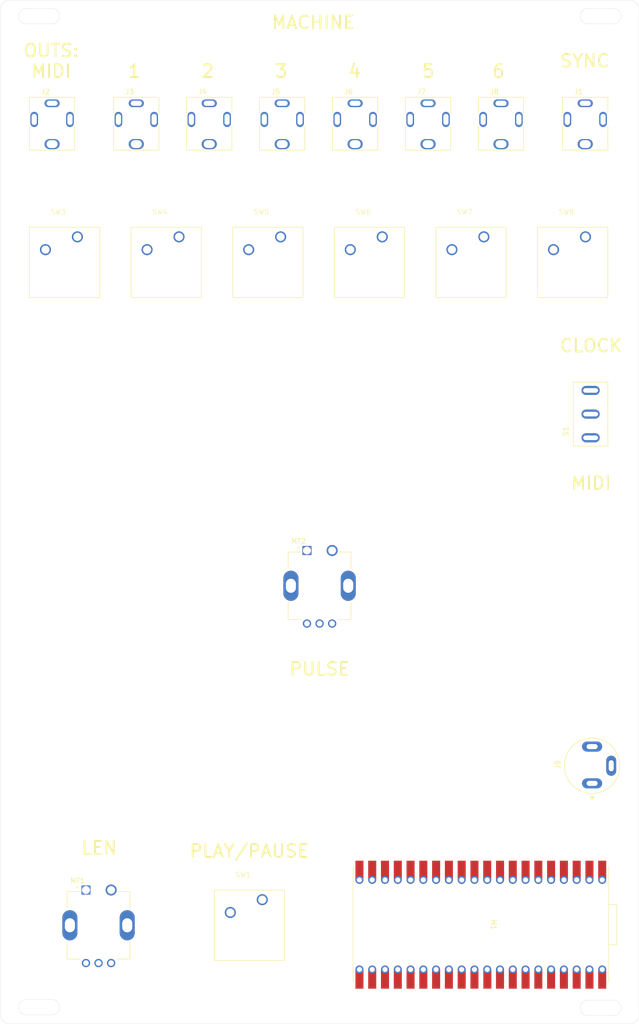
<source format=kicad_pcb>
(kicad_pcb (version 20221018) (generator pcbnew)
  (layers (0 "F.Cu" signal) (31 "B.Cu" signal) (34 "B.Paste" user) (35 "F.Paste" user) (36 "B.SilkS" user "B.Silkscreen") (37 "F.SilkS" user "F.Silkscreen") (38 "B.Mask" user) (39 "F.Mask" user) (44 "Edge.Cuts" user))
  (net 0 "")
  (footprint "FC681374V:CLIFF_FC681374V" (layer "F.Cu") (at 116.31 24.53)
    (fp_text reference "J1" (at -1.325 -6.335) (layer "F.SilkS"))
    (fp_text value "FC681374V")
    (fp_line (start -4.05 -0.85) (end -4.05 -1.6) (stroke (width 0.01)) (layer "Edge.Cuts"))
    (fp_line (start -4.05 -0.1) (end -4.05 -0.85) (stroke (width 0.01)) (layer "Edge.Cuts"))
    (fp_line (start -3.05 -1.6) (end -3.05 -0.85) (stroke (width 0.01)) (layer "Edge.Cuts"))
    (fp_line (start -3.05 -0.85) (end -3.05 -0.1) (stroke (width 0.01)) (layer "Edge.Cuts"))
    (fp_line (start -0.75 -4.55) (end 0 -4.55) (stroke (width 0.01)) (layer "Edge.Cuts"))
    (fp_line (start -0.75 3.55) (end 0 3.55) (stroke (width 0.01)) (layer "Edge.Cuts"))
    (fp_line (start 0 -4.55) (end 0.75 -4.55) (stroke (width 0.01)) (layer "Edge.Cuts"))
    (fp_line (start 0 -3.55) (end -0.75 -3.55) (stroke (width 0.01)) (layer "Edge.Cuts"))
    (fp_line (start 0 3.55) (end 0.75 3.55) (stroke (width 0.01)) (layer "Edge.Cuts"))
    (fp_line (start 0 4.55) (end -0.75 4.55) (stroke (width 0.01)) (layer "Edge.Cuts"))
    (fp_line (start 0.75 -3.55) (end 0 -3.55) (stroke (width 0.01)) (layer "Edge.Cuts"))
    (fp_line (start 0.75 4.55) (end 0 4.55) (stroke (width 0.01)) (layer "Edge.Cuts"))
    (fp_line (start 3.05 -0.85) (end 3.05 -1.6) (stroke (width 0.01)) (layer "Edge.Cuts"))
    (fp_line (start 3.05 -0.1) (end 3.05 -0.85) (stroke (width 0.01)) (layer "Edge.Cuts"))
    (fp_line (start 4.05 -1.6) (end 4.05 -0.85) (stroke (width 0.01)) (layer "Edge.Cuts"))
    (fp_line (start 4.05 -0.85) (end 4.05 -0.1) (stroke (width 0.01)) (layer "Edge.Cuts"))
    (fp_arc (start -4.05 -1.6) (mid -3.903553 -1.953553) (end -3.55 -2.1) (stroke (width 0.01)) (layer "Edge.Cuts"))
    (fp_arc (start -3.55 -2.1) (mid -3.196447 -1.953553) (end -3.05 -1.6) (stroke (width 0.01)) (layer "Edge.Cuts"))
    (fp_arc (start -3.55 0.4) (mid -3.903553 0.253553) (end -4.05 -0.1) (stroke (width 0.01)) (layer "Edge.Cuts"))
    (fp_arc (start -3.05 -0.1) (mid -3.196447 0.253553) (end -3.55 0.4) (stroke (width 0.01)) (layer "Edge.Cuts"))
    (fp_arc (start -1.25 -4.05) (mid -1.103553 -4.403553) (end -0.75 -4.55) (stroke (width 0.01)) (layer "Edge.Cuts"))
    (fp_arc (start -1.25 4.05) (mid -1.103553 3.696447) (end -0.75 3.55) (stroke (width 0.01)) (layer "Edge.Cuts"))
    (fp_arc (start -0.75 -3.55) (mid -1.103553 -3.696447) (end -1.25 -4.05) (stroke (width 0.01)) (layer "Edge.Cuts"))
    (fp_arc (start -0.75 4.55) (mid -1.103553 4.403553) (end -1.25 4.05) (stroke (width 0.01)) (layer "Edge.Cuts"))
    (fp_arc (start 0.75 -4.55) (mid 1.103553 -4.403553) (end 1.25 -4.05) (stroke (width 0.01)) (layer "Edge.Cuts"))
    (fp_arc (start 0.75 3.55) (mid 1.103553 3.696447) (end 1.25 4.05) (stroke (width 0.01)) (layer "Edge.Cuts"))
    (fp_arc (start 1.25 -4.05) (mid 1.103553 -3.696447) (end 0.75 -3.55) (stroke (width 0.01)) (layer "Edge.Cuts"))
    (fp_arc (start 1.25 4.05) (mid 1.103553 4.403553) (end 0.75 4.55) (stroke (width 0.01)) (layer "Edge.Cuts"))
    (fp_arc (start 3.05 -1.6) (mid 3.196447 -1.953553) (end 3.55 -2.1) (stroke (width 0.01)) (layer "Edge.Cuts"))
    (fp_arc (start 3.55 -2.1) (mid 3.903553 -1.953553) (end 4.05 -1.6) (stroke (width 0.01)) (layer "Edge.Cuts"))
    (fp_arc (start 3.55 0.4) (mid 3.196447 0.253553) (end 3.05 -0.1) (stroke (width 0.01)) (layer "Edge.Cuts"))
    (fp_arc (start 4.05 -0.1) (mid 3.903553 0.253553) (end 3.55 0.4) (stroke (width 0.01)) (layer "Edge.Cuts"))
    (pad "1" thru_hole oval (at 3.55 -0.85) (size 1.508 3.016) (drill oval 1 2.2) (layers "*.Cu" "*.Mask"))
    (pad "2" thru_hole oval (at 0 -4.05) (size 3.016 1.508) (drill oval 2.2 1) (layers "*.Cu" "*.Mask"))
    (pad "4" thru_hole oval (at -3.55 -0.85) (size 1.508 3.016) (drill oval 1 2.2) (layers "*.Cu" "*.Mask"))
    (pad "5" thru_hole oval (at 0 4.05) (size 3.016 2) (drill oval 2.2 1.55) (layers "*.Cu" "*.Mask"))
  )
  (footprint "FC681374V:CLIFF_FC681374V" (layer "F.Cu") (at 41.57 24.53)
    (fp_text reference "J4" (at -1.325 -6.335) (layer "F.SilkS"))
    (fp_text value "FC681374V")
    (fp_line (start -4.05 -0.85) (end -4.05 -1.6) (stroke (width 0.01)) (layer "Edge.Cuts"))
    (fp_line (start -4.05 -0.1) (end -4.05 -0.85) (stroke (width 0.01)) (layer "Edge.Cuts"))
    (fp_line (start -3.05 -1.6) (end -3.05 -0.85) (stroke (width 0.01)) (layer "Edge.Cuts"))
    (fp_line (start -3.05 -0.85) (end -3.05 -0.1) (stroke (width 0.01)) (layer "Edge.Cuts"))
    (fp_line (start -0.75 -4.55) (end 0 -4.55) (stroke (width 0.01)) (layer "Edge.Cuts"))
    (fp_line (start -0.75 3.55) (end 0 3.55) (stroke (width 0.01)) (layer "Edge.Cuts"))
    (fp_line (start 0 -4.55) (end 0.75 -4.55) (stroke (width 0.01)) (layer "Edge.Cuts"))
    (fp_line (start 0 -3.55) (end -0.75 -3.55) (stroke (width 0.01)) (layer "Edge.Cuts"))
    (fp_line (start 0 3.55) (end 0.75 3.55) (stroke (width 0.01)) (layer "Edge.Cuts"))
    (fp_line (start 0 4.55) (end -0.75 4.55) (stroke (width 0.01)) (layer "Edge.Cuts"))
    (fp_line (start 0.75 -3.55) (end 0 -3.55) (stroke (width 0.01)) (layer "Edge.Cuts"))
    (fp_line (start 0.75 4.55) (end 0 4.55) (stroke (width 0.01)) (layer "Edge.Cuts"))
    (fp_line (start 3.05 -0.85) (end 3.05 -1.6) (stroke (width 0.01)) (layer "Edge.Cuts"))
    (fp_line (start 3.05 -0.1) (end 3.05 -0.85) (stroke (width 0.01)) (layer "Edge.Cuts"))
    (fp_line (start 4.05 -1.6) (end 4.05 -0.85) (stroke (width 0.01)) (layer "Edge.Cuts"))
    (fp_line (start 4.05 -0.85) (end 4.05 -0.1) (stroke (width 0.01)) (layer "Edge.Cuts"))
    (fp_arc (start -4.05 -1.6) (mid -3.903553 -1.953553) (end -3.55 -2.1) (stroke (width 0.01)) (layer "Edge.Cuts"))
    (fp_arc (start -3.55 -2.1) (mid -3.196447 -1.953553) (end -3.05 -1.6) (stroke (width 0.01)) (layer "Edge.Cuts"))
    (fp_arc (start -3.55 0.4) (mid -3.903553 0.253553) (end -4.05 -0.1) (stroke (width 0.01)) (layer "Edge.Cuts"))
    (fp_arc (start -3.05 -0.1) (mid -3.196447 0.253553) (end -3.55 0.4) (stroke (width 0.01)) (layer "Edge.Cuts"))
    (fp_arc (start -1.25 -4.05) (mid -1.103553 -4.403553) (end -0.75 -4.55) (stroke (width 0.01)) (layer "Edge.Cuts"))
    (fp_arc (start -1.25 4.05) (mid -1.103553 3.696447) (end -0.75 3.55) (stroke (width 0.01)) (layer "Edge.Cuts"))
    (fp_arc (start -0.75 -3.55) (mid -1.103553 -3.696447) (end -1.25 -4.05) (stroke (width 0.01)) (layer "Edge.Cuts"))
    (fp_arc (start -0.75 4.55) (mid -1.103553 4.403553) (end -1.25 4.05) (stroke (width 0.01)) (layer "Edge.Cuts"))
    (fp_arc (start 0.75 -4.55) (mid 1.103553 -4.403553) (end 1.25 -4.05) (stroke (width 0.01)) (layer "Edge.Cuts"))
    (fp_arc (start 0.75 3.55) (mid 1.103553 3.696447) (end 1.25 4.05) (stroke (width 0.01)) (layer "Edge.Cuts"))
    (fp_arc (start 1.25 -4.05) (mid 1.103553 -3.696447) (end 0.75 -3.55) (stroke (width 0.01)) (layer "Edge.Cuts"))
    (fp_arc (start 1.25 4.05) (mid 1.103553 4.403553) (end 0.75 4.55) (stroke (width 0.01)) (layer "Edge.Cuts"))
    (fp_arc (start 3.05 -1.6) (mid 3.196447 -1.953553) (end 3.55 -2.1) (stroke (width 0.01)) (layer "Edge.Cuts"))
    (fp_arc (start 3.55 -2.1) (mid 3.903553 -1.953553) (end 4.05 -1.6) (stroke (width 0.01)) (layer "Edge.Cuts"))
    (fp_arc (start 3.55 0.4) (mid 3.196447 0.253553) (end 3.05 -0.1) (stroke (width 0.01)) (layer "Edge.Cuts"))
    (fp_arc (start 4.05 -0.1) (mid 3.903553 0.253553) (end 3.55 0.4) (stroke (width 0.01)) (layer "Edge.Cuts"))
    (pad "1" thru_hole oval (at 3.55 -0.85) (size 1.508 3.016) (drill oval 1 2.2) (layers "*.Cu" "*.Mask"))
    (pad "2" thru_hole oval (at 0 -4.05) (size 3.016 1.508) (drill oval 2.2 1) (layers "*.Cu" "*.Mask"))
    (pad "4" thru_hole oval (at -3.55 -0.85) (size 1.508 3.016) (drill oval 1 2.2) (layers "*.Cu" "*.Mask"))
    (pad "5" thru_hole oval (at 0 4.05) (size 3.016 2) (drill oval 2.2 1.55) (layers "*.Cu" "*.Mask"))
  )
  (footprint "fab:RaspberryPi_PicoW_Combined" (layer "F.Cu") (at 95.56 183.515 -90)
    (fp_text reference "M1" (at 0.0025 -2.54 -90 unlocked) (layer "F.SilkS"))
    (fp_text value "Module_RaspberryPi_PicoW_Combined")
    (pad "1" smd rect (at -10.795 -24.13 270) (size 3.81 1.6) (layers "F.Cu" "F.Paste" "F.Mask"))
    (pad "1" thru_hole circle (at -8.89 -24.13 270) (size 1.6 1.6) (drill 1) (layers "*.Cu" "*.Mask"))
    (pad "2" smd rect (at -10.795 -21.59 270) (size 3.81 1.6) (layers "F.Cu" "F.Paste" "F.Mask"))
    (pad "2" thru_hole circle (at -8.89 -21.59 270) (size 1.6 1.6) (drill 1) (layers "*.Cu" "*.Mask"))
    (pad "3" smd rect (at -10.795 -19.05 270) (size 3.81 1.6) (layers "F.Cu" "F.Paste" "F.Mask"))
    (pad "3" thru_hole circle (at -8.89 -19.05 270) (size 1.6 1.6) (drill 1) (layers "*.Cu" "*.Mask"))
    (pad "4" smd rect (at -10.795 -16.51 270) (size 3.81 1.6) (layers "F.Cu" "F.Paste" "F.Mask"))
    (pad "4" thru_hole circle (at -8.89 -16.51 270) (size 1.6 1.6) (drill 1) (layers "*.Cu" "*.Mask"))
    (pad "5" smd rect (at -10.795 -13.97 270) (size 3.81 1.6) (layers "F.Cu" "F.Paste" "F.Mask"))
    (pad "5" thru_hole circle (at -8.89 -13.97 270) (size 1.6 1.6) (drill 1) (layers "*.Cu" "*.Mask"))
    (pad "6" smd rect (at -10.795 -11.43 270) (size 3.81 1.6) (layers "F.Cu" "F.Paste" "F.Mask"))
    (pad "6" thru_hole circle (at -8.89 -11.43 270) (size 1.6 1.6) (drill 1) (layers "*.Cu" "*.Mask"))
    (pad "7" smd rect (at -10.795 -8.89 270) (size 3.81 1.6) (layers "F.Cu" "F.Paste" "F.Mask"))
    (pad "7" thru_hole circle (at -8.89 -8.89 270) (size 1.6 1.6) (drill 1) (layers "*.Cu" "*.Mask"))
    (pad "8" smd rect (at -10.795 -6.35 270) (size 3.81 1.6) (layers "F.Cu" "F.Paste" "F.Mask"))
    (pad "8" thru_hole circle (at -8.89 -6.35 270) (size 1.6 1.6) (drill 1) (layers "*.Cu" "*.Mask"))
    (pad "9" smd rect (at -10.795 -3.819556 270) (size 3.81 1.6) (layers "F.Cu" "F.Paste" "F.Mask"))
    (pad "9" thru_hole circle (at -8.89 -3.81 270) (size 1.6 1.6) (drill 1) (layers "*.Cu" "*.Mask"))
    (pad "10" smd rect (at -10.795 -1.27 270) (size 3.81 1.6) (layers "F.Cu" "F.Paste" "F.Mask"))
    (pad "10" thru_hole circle (at -8.89 -1.27 270) (size 1.6 1.6) (drill 1) (layers "*.Cu" "*.Mask"))
    (pad "11" smd rect (at -10.795 1.27 270) (size 3.81 1.6) (layers "F.Cu" "F.Paste" "F.Mask"))
    (pad "11" thru_hole circle (at -8.89 1.27 270) (size 1.6 1.6) (drill 1) (layers "*.Cu" "*.Mask"))
    (pad "12" smd rect (at -10.795 3.81 270) (size 3.81 1.6) (layers "F.Cu" "F.Paste" "F.Mask"))
    (pad "12" thru_hole circle (at -8.89 3.81 270) (size 1.6 1.6) (drill 1) (layers "*.Cu" "*.Mask"))
    (pad "13" smd rect (at -10.795 6.35 270) (size 3.81 1.6) (layers "F.Cu" "F.Paste" "F.Mask"))
    (pad "13" thru_hole circle (at -8.89 6.35 270) (size 1.6 1.6) (drill 1) (layers "*.Cu" "*.Mask"))
    (pad "14" smd rect (at -10.795 8.89 270) (size 3.81 1.6) (layers "F.Cu" "F.Paste" "F.Mask"))
    (pad "14" thru_hole circle (at -8.89 8.89 270) (size 1.6 1.6) (drill 1) (layers "*.Cu" "*.Mask"))
    (pad "15" smd rect (at -10.795 11.43 270) (size 3.81 1.6) (layers "F.Cu" "F.Paste" "F.Mask"))
    (pad "15" thru_hole circle (at -8.89 11.43 270) (size 1.6 1.6) (drill 1) (layers "*.Cu" "*.Mask"))
    (pad "16" smd rect (at -10.795 13.97 270) (size 3.81 1.6) (layers "F.Cu" "F.Paste" "F.Mask"))
    (pad "16" thru_hole circle (at -8.89 13.97 270) (size 1.6 1.6) (drill 1) (layers "*.Cu" "*.Mask"))
    (pad "17" smd rect (at -10.795 16.51 270) (size 3.81 1.6) (layers "F.Cu" "F.Paste" "F.Mask"))
    (pad "17" thru_hole circle (at -8.89 16.51 270) (size 1.6 1.6) (drill 1) (layers "*.Cu" "*.Mask"))
    (pad "18" smd rect (at -10.795 19.05 270) (size 3.81 1.6) (layers "F.Cu" "F.Paste" "F.Mask"))
    (pad "18" thru_hole circle (at -8.89 19.05 270) (size 1.6 1.6) (drill 1) (layers "*.Cu" "*.Mask"))
    (pad "19" smd rect (at -10.795 21.59 270) (size 3.81 1.6) (layers "F.Cu" "F.Paste" "F.Mask"))
    (pad "19" thru_hole circle (at -8.89 21.59 270) (size 1.6 1.6) (drill 1) (layers "*.Cu" "*.Mask"))
    (pad "20" smd rect (at -10.795 24.13 270) (size 3.81 1.6) (layers "F.Cu" "F.Paste" "F.Mask"))
    (pad "20" thru_hole circle (at -8.89 24.13 270) (size 1.6 1.6) (drill 1) (layers "*.Cu" "*.Mask"))
    (pad "21" thru_hole circle (at 8.89 24.13 270) (size 1.6 1.6) (drill 1) (layers "*.Cu" "*.Mask"))
    (pad "21" smd rect (at 10.795 24.13 270) (size 3.81 1.6) (layers "F.Cu" "F.Paste" "F.Mask"))
    (pad "22" thru_hole circle (at 8.89 21.59 270) (size 1.6 1.6) (drill 1) (layers "*.Cu" "*.Mask"))
    (pad "22" smd rect (at 10.795 21.59 270) (size 3.81 1.6) (layers "F.Cu" "F.Paste" "F.Mask"))
    (pad "23" thru_hole circle (at 8.89 19.05 270) (size 1.6 1.6) (drill 1) (layers "*.Cu" "*.Mask"))
    (pad "23" smd rect (at 10.795 19.05 270) (size 3.81 1.6) (layers "F.Cu" "F.Paste" "F.Mask"))
    (pad "24" thru_hole circle (at 8.89 16.51 270) (size 1.6 1.6) (drill 1) (layers "*.Cu" "*.Mask"))
    (pad "24" smd rect (at 10.795 16.51 270) (size 3.81 1.6) (layers "F.Cu" "F.Paste" "F.Mask"))
    (pad "25" thru_hole circle (at 8.89 13.97 270) (size 1.6 1.6) (drill 1) (layers "*.Cu" "*.Mask"))
    (pad "25" smd rect (at 10.795 13.97 270) (size 3.81 1.6) (layers "F.Cu" "F.Paste" "F.Mask"))
    (pad "26" thru_hole circle (at 8.89 11.43 270) (size 1.6 1.6) (drill 1) (layers "*.Cu" "*.Mask"))
    (pad "26" smd rect (at 10.795 11.43 270) (size 3.81 1.6) (layers "F.Cu" "F.Paste" "F.Mask"))
    (pad "27" thru_hole circle (at 8.89 8.89 270) (size 1.6 1.6) (drill 1) (layers "*.Cu" "*.Mask"))
    (pad "27" smd rect (at 10.795 8.89 270) (size 3.81 1.6) (layers "F.Cu" "F.Paste" "F.Mask"))
    (pad "28" thru_hole circle (at 8.89 6.35 270) (size 1.6 1.6) (drill 1) (layers "*.Cu" "*.Mask"))
    (pad "28" smd rect (at 10.795 6.35 270) (size 3.81 1.6) (layers "F.Cu" "F.Paste" "F.Mask"))
    (pad "29" thru_hole circle (at 8.89 3.81 270) (size 1.6 1.6) (drill 1) (layers "*.Cu" "*.Mask"))
    (pad "29" smd rect (at 10.795 3.81 270) (size 3.81 1.6) (layers "F.Cu" "F.Paste" "F.Mask"))
    (pad "30" thru_hole circle (at 8.89 1.27 270) (size 1.6 1.6) (drill 1) (layers "*.Cu" "*.Mask"))
    (pad "30" smd rect (at 10.795 1.27 270) (size 3.81 1.6) (layers "F.Cu" "F.Paste" "F.Mask"))
    (pad "31" thru_hole circle (at 8.89 -1.27 270) (size 1.6 1.6) (drill 1) (layers "*.Cu" "*.Mask"))
    (pad "31" smd rect (at 10.786443 -1.297864 270) (size 3.81 1.6) (layers "F.Cu" "F.Paste" "F.Mask"))
    (pad "32" thru_hole circle (at 8.89 -3.81 270) (size 1.6 1.6) (drill 1) (layers "*.Cu" "*.Mask"))
    (pad "32" smd rect (at 10.795 -3.81 270) (size 3.81 1.6) (layers "F.Cu" "F.Paste" "F.Mask"))
    (pad "33" thru_hole circle (at 8.89 -6.35 270) (size 1.6 1.6) (drill 1) (layers "*.Cu" "*.Mask"))
    (pad "33" smd rect (at 10.795 -6.35 270) (size 3.81 1.6) (layers "F.Cu" "F.Paste" "F.Mask"))
    (pad "34" thru_hole circle (at 8.89 -8.89 270) (size 1.6 1.6) (drill 1) (layers "*.Cu" "*.Mask"))
    (pad "34" smd rect (at 10.795 -8.89 270) (size 3.81 1.6) (layers "F.Cu" "F.Paste" "F.Mask"))
    (pad "35" thru_hole circle (at 8.89 -11.43 270) (size 1.6 1.6) (drill 1) (layers "*.Cu" "*.Mask"))
    (pad "35" smd rect (at 10.795 -11.43 270) (size 3.81 1.6) (layers "F.Cu" "F.Paste" "F.Mask"))
    (pad "36" thru_hole circle (at 8.89 -13.97 270) (size 1.6 1.6) (drill 1) (layers "*.Cu" "*.Mask"))
    (pad "36" smd rect (at 10.795 -13.97 270) (size 3.81 1.6) (layers "F.Cu" "F.Paste" "F.Mask"))
    (pad "37" thru_hole circle (at 8.89 -16.51 270) (size 1.6 1.6) (drill 1) (layers "*.Cu" "*.Mask"))
    (pad "37" smd rect (at 10.795 -16.51 270) (size 3.81 1.6) (layers "F.Cu" "F.Paste" "F.Mask"))
    (pad "38" thru_hole circle (at 8.89 -19.05 270) (size 1.6 1.6) (drill 1) (layers "*.Cu" "*.Mask"))
    (pad "38" smd rect (at 10.795 -19.05 270) (size 3.81 1.6) (layers "F.Cu" "F.Paste" "F.Mask"))
    (pad "39" thru_hole circle (at 8.89 -21.59 270) (size 1.6 1.6) (drill 1) (layers "*.Cu" "*.Mask"))
    (pad "39" smd rect (at 10.795 -21.59 270) (size 3.81 1.6) (layers "F.Cu" "F.Paste" "F.Mask"))
    (pad "40" thru_hole circle (at 8.89 -24.13 270) (size 1.6 1.6) (drill 1) (layers "*.Cu" "*.Mask"))
    (pad "40" smd rect (at 10.795 -24.13 270) (size 3.81 1.6) (layers "F.Cu" "F.Paste" "F.Mask"))
  )
  (footprint "digikey-footprints:MX1A-11NW" (layer "F.Cu") (at 51.95 42.545)
    (fp_text reference "SW5" (at 0 -0.5 unlocked) (layer "F.SilkS") (effects (font (thickness 0.1))))
    (fp_text value "Switch_Tactile_CnK")
    (pad "" np_thru_hole circle (at -3.81 9.525) (size 1.7 1.7) (drill 1.7) (layers "F&B.Cu" "*.Mask"))
    (pad "" np_thru_hole circle (at 1.27 9.525) (size 4 4) (drill 4) (layers "F&B.Cu" "*.Mask"))
    (pad "" np_thru_hole circle (at 6.35 9.525) (size 1.7 1.7) (drill 1.7) (layers "F&B.Cu" "*.Mask"))
    (pad "1" thru_hole circle (at 3.81 4.445) (size 2.2 2.2) (drill 1.6) (layers "*.Cu" "*.Mask"))
    (pad "2" thru_hole circle (at -2.54 6.985) (size 2.2 2.2) (drill 1.6) (layers "*.Cu" "*.Mask"))
  )
  (footprint "digikey-footprints:MX1A-11NW" (layer "F.Cu") (at 31.75 42.545)
    (fp_text reference "SW4" (at 0 -0.5 unlocked) (layer "F.SilkS") (effects (font (thickness 0.1))))
    (fp_text value "Switch_Tactile_CnK")
    (pad "" np_thru_hole circle (at -3.81 9.525) (size 1.7 1.7) (drill 1.7) (layers "F&B.Cu" "*.Mask"))
    (pad "" np_thru_hole circle (at 1.27 9.525) (size 4 4) (drill 4) (layers "F&B.Cu" "*.Mask"))
    (pad "" np_thru_hole circle (at 6.35 9.525) (size 1.7 1.7) (drill 1.7) (layers "F&B.Cu" "*.Mask"))
    (pad "1" thru_hole circle (at 3.81 4.445) (size 2.2 2.2) (drill 1.6) (layers "*.Cu" "*.Mask"))
    (pad "2" thru_hole circle (at -2.54 6.985) (size 2.2 2.2) (drill 1.6) (layers "*.Cu" "*.Mask"))
  )
  (footprint "FC681374V:CLIFF_FC681374V" (layer "F.Cu") (at 70.57 24.53)
    (fp_text reference "J6" (at -1.325 -6.335) (layer "F.SilkS"))
    (fp_text value "FC681374V")
    (fp_line (start -4.05 -0.85) (end -4.05 -1.6) (stroke (width 0.01)) (layer "Edge.Cuts"))
    (fp_line (start -4.05 -0.1) (end -4.05 -0.85) (stroke (width 0.01)) (layer "Edge.Cuts"))
    (fp_line (start -3.05 -1.6) (end -3.05 -0.85) (stroke (width 0.01)) (layer "Edge.Cuts"))
    (fp_line (start -3.05 -0.85) (end -3.05 -0.1) (stroke (width 0.01)) (layer "Edge.Cuts"))
    (fp_line (start -0.75 -4.55) (end 0 -4.55) (stroke (width 0.01)) (layer "Edge.Cuts"))
    (fp_line (start -0.75 3.55) (end 0 3.55) (stroke (width 0.01)) (layer "Edge.Cuts"))
    (fp_line (start 0 -4.55) (end 0.75 -4.55) (stroke (width 0.01)) (layer "Edge.Cuts"))
    (fp_line (start 0 -3.55) (end -0.75 -3.55) (stroke (width 0.01)) (layer "Edge.Cuts"))
    (fp_line (start 0 3.55) (end 0.75 3.55) (stroke (width 0.01)) (layer "Edge.Cuts"))
    (fp_line (start 0 4.55) (end -0.75 4.55) (stroke (width 0.01)) (layer "Edge.Cuts"))
    (fp_line (start 0.75 -3.55) (end 0 -3.55) (stroke (width 0.01)) (layer "Edge.Cuts"))
    (fp_line (start 0.75 4.55) (end 0 4.55) (stroke (width 0.01)) (layer "Edge.Cuts"))
    (fp_line (start 3.05 -0.85) (end 3.05 -1.6) (stroke (width 0.01)) (layer "Edge.Cuts"))
    (fp_line (start 3.05 -0.1) (end 3.05 -0.85) (stroke (width 0.01)) (layer "Edge.Cuts"))
    (fp_line (start 4.05 -1.6) (end 4.05 -0.85) (stroke (width 0.01)) (layer "Edge.Cuts"))
    (fp_line (start 4.05 -0.85) (end 4.05 -0.1) (stroke (width 0.01)) (layer "Edge.Cuts"))
    (fp_arc (start -4.05 -1.6) (mid -3.903553 -1.953553) (end -3.55 -2.1) (stroke (width 0.01)) (layer "Edge.Cuts"))
    (fp_arc (start -3.55 -2.1) (mid -3.196447 -1.953553) (end -3.05 -1.6) (stroke (width 0.01)) (layer "Edge.Cuts"))
    (fp_arc (start -3.55 0.4) (mid -3.903553 0.253553) (end -4.05 -0.1) (stroke (width 0.01)) (layer "Edge.Cuts"))
    (fp_arc (start -3.05 -0.1) (mid -3.196447 0.253553) (end -3.55 0.4) (stroke (width 0.01)) (layer "Edge.Cuts"))
    (fp_arc (start -1.25 -4.05) (mid -1.103553 -4.403553) (end -0.75 -4.55) (stroke (width 0.01)) (layer "Edge.Cuts"))
    (fp_arc (start -1.25 4.05) (mid -1.103553 3.696447) (end -0.75 3.55) (stroke (width 0.01)) (layer "Edge.Cuts"))
    (fp_arc (start -0.75 -3.55) (mid -1.103553 -3.696447) (end -1.25 -4.05) (stroke (width 0.01)) (layer "Edge.Cuts"))
    (fp_arc (start -0.75 4.55) (mid -1.103553 4.403553) (end -1.25 4.05) (stroke (width 0.01)) (layer "Edge.Cuts"))
    (fp_arc (start 0.75 -4.55) (mid 1.103553 -4.403553) (end 1.25 -4.05) (stroke (width 0.01)) (layer "Edge.Cuts"))
    (fp_arc (start 0.75 3.55) (mid 1.103553 3.696447) (end 1.25 4.05) (stroke (width 0.01)) (layer "Edge.Cuts"))
    (fp_arc (start 1.25 -4.05) (mid 1.103553 -3.696447) (end 0.75 -3.55) (stroke (width 0.01)) (layer "Edge.Cuts"))
    (fp_arc (start 1.25 4.05) (mid 1.103553 4.403553) (end 0.75 4.55) (stroke (width 0.01)) (layer "Edge.Cuts"))
    (fp_arc (start 3.05 -1.6) (mid 3.196447 -1.953553) (end 3.55 -2.1) (stroke (width 0.01)) (layer "Edge.Cuts"))
    (fp_arc (start 3.55 -2.1) (mid 3.903553 -1.953553) (end 4.05 -1.6) (stroke (width 0.01)) (layer "Edge.Cuts"))
    (fp_arc (start 3.55 0.4) (mid 3.196447 0.253553) (end 3.05 -0.1) (stroke (width 0.01)) (layer "Edge.Cuts"))
    (fp_arc (start 4.05 -0.1) (mid 3.903553 0.253553) (end 3.55 0.4) (stroke (width 0.01)) (layer "Edge.Cuts"))
    (pad "1" thru_hole oval (at 3.55 -0.85) (size 1.508 3.016) (drill oval 1 2.2) (layers "*.Cu" "*.Mask"))
    (pad "2" thru_hole oval (at 0 -4.05) (size 3.016 1.508) (drill oval 2.2 1) (layers "*.Cu" "*.Mask"))
    (pad "4" thru_hole oval (at -3.55 -0.85) (size 1.508 3.016) (drill oval 1 2.2) (layers "*.Cu" "*.Mask"))
    (pad "5" thru_hole oval (at 0 4.05) (size 3.016 2) (drill oval 2.2 1.55) (layers "*.Cu" "*.Mask"))
  )
  (footprint "PJ-064A:CUI_PJ-064A" (layer "F.Cu") (at 117.6775 155.465 90)
    (fp_text reference "J9" (at 3.724283 -6.82203 90) (layer "F.SilkS") (effects (font (size 1.000882 1.000882))))
    (fp_text value "PJ-064A")
    (pad "1" thru_hole oval (at 0 0 90) (size 2 4) (drill oval 1 2.2) (layers "*.Cu" "*.Mask"))
    (pad "2" thru_hole oval (at 3.5 3.8 90) (size 4 2) (drill oval 2.2 1) (layers "*.Cu" "*.Mask"))
    (pad "3" thru_hole oval (at 7.3 0 90) (size 2 4) (drill oval 1 2.2) (layers "*.Cu" "*.Mask"))
  )
  (footprint "FC681374V:CLIFF_FC681374V" (layer "F.Cu") (at 56.07 24.53)
    (fp_text reference "J5" (at -1.325 -6.335) (layer "F.SilkS"))
    (fp_text value "FC681374V")
    (fp_line (start -4.05 -0.85) (end -4.05 -1.6) (stroke (width 0.01)) (layer "Edge.Cuts"))
    (fp_line (start -4.05 -0.1) (end -4.05 -0.85) (stroke (width 0.01)) (layer "Edge.Cuts"))
    (fp_line (start -3.05 -1.6) (end -3.05 -0.85) (stroke (width 0.01)) (layer "Edge.Cuts"))
    (fp_line (start -3.05 -0.85) (end -3.05 -0.1) (stroke (width 0.01)) (layer "Edge.Cuts"))
    (fp_line (start -0.75 -4.55) (end 0 -4.55) (stroke (width 0.01)) (layer "Edge.Cuts"))
    (fp_line (start -0.75 3.55) (end 0 3.55) (stroke (width 0.01)) (layer "Edge.Cuts"))
    (fp_line (start 0 -4.55) (end 0.75 -4.55) (stroke (width 0.01)) (layer "Edge.Cuts"))
    (fp_line (start 0 -3.55) (end -0.75 -3.55) (stroke (width 0.01)) (layer "Edge.Cuts"))
    (fp_line (start 0 3.55) (end 0.75 3.55) (stroke (width 0.01)) (layer "Edge.Cuts"))
    (fp_line (start 0 4.55) (end -0.75 4.55) (stroke (width 0.01)) (layer "Edge.Cuts"))
    (fp_line (start 0.75 -3.55) (end 0 -3.55) (stroke (width 0.01)) (layer "Edge.Cuts"))
    (fp_line (start 0.75 4.55) (end 0 4.55) (stroke (width 0.01)) (layer "Edge.Cuts"))
    (fp_line (start 3.05 -0.85) (end 3.05 -1.6) (stroke (width 0.01)) (layer "Edge.Cuts"))
    (fp_line (start 3.05 -0.1) (end 3.05 -0.85) (stroke (width 0.01)) (layer "Edge.Cuts"))
    (fp_line (start 4.05 -1.6) (end 4.05 -0.85) (stroke (width 0.01)) (layer "Edge.Cuts"))
    (fp_line (start 4.05 -0.85) (end 4.05 -0.1) (stroke (width 0.01)) (layer "Edge.Cuts"))
    (fp_arc (start -4.05 -1.6) (mid -3.903553 -1.953553) (end -3.55 -2.1) (stroke (width 0.01)) (layer "Edge.Cuts"))
    (fp_arc (start -3.55 -2.1) (mid -3.196447 -1.953553) (end -3.05 -1.6) (stroke (width 0.01)) (layer "Edge.Cuts"))
    (fp_arc (start -3.55 0.4) (mid -3.903553 0.253553) (end -4.05 -0.1) (stroke (width 0.01)) (layer "Edge.Cuts"))
    (fp_arc (start -3.05 -0.1) (mid -3.196447 0.253553) (end -3.55 0.4) (stroke (width 0.01)) (layer "Edge.Cuts"))
    (fp_arc (start -1.25 -4.05) (mid -1.103553 -4.403553) (end -0.75 -4.55) (stroke (width 0.01)) (layer "Edge.Cuts"))
    (fp_arc (start -1.25 4.05) (mid -1.103553 3.696447) (end -0.75 3.55) (stroke (width 0.01)) (layer "Edge.Cuts"))
    (fp_arc (start -0.75 -3.55) (mid -1.103553 -3.696447) (end -1.25 -4.05) (stroke (width 0.01)) (layer "Edge.Cuts"))
    (fp_arc (start -0.75 4.55) (mid -1.103553 4.403553) (end -1.25 4.05) (stroke (width 0.01)) (layer "Edge.Cuts"))
    (fp_arc (start 0.75 -4.55) (mid 1.103553 -4.403553) (end 1.25 -4.05) (stroke (width 0.01)) (layer "Edge.Cuts"))
    (fp_arc (start 0.75 3.55) (mid 1.103553 3.696447) (end 1.25 4.05) (stroke (width 0.01)) (layer "Edge.Cuts"))
    (fp_arc (start 1.25 -4.05) (mid 1.103553 -3.696447) (end 0.75 -3.55) (stroke (width 0.01)) (layer "Edge.Cuts"))
    (fp_arc (start 1.25 4.05) (mid 1.103553 4.403553) (end 0.75 4.55) (stroke (width 0.01)) (layer "Edge.Cuts"))
    (fp_arc (start 3.05 -1.6) (mid 3.196447 -1.953553) (end 3.55 -2.1) (stroke (width 0.01)) (layer "Edge.Cuts"))
    (fp_arc (start 3.55 -2.1) (mid 3.903553 -1.953553) (end 4.05 -1.6) (stroke (width 0.01)) (layer "Edge.Cuts"))
    (fp_arc (start 3.55 0.4) (mid 3.196447 0.253553) (end 3.05 -0.1) (stroke (width 0.01)) (layer "Edge.Cuts"))
    (fp_arc (start 4.05 -0.1) (mid 3.903553 0.253553) (end 3.55 0.4) (stroke (width 0.01)) (layer "Edge.Cuts"))
    (pad "1" thru_hole oval (at 3.55 -0.85) (size 1.508 3.016) (drill oval 1 2.2) (layers "*.Cu" "*.Mask"))
    (pad "2" thru_hole oval (at 0 -4.05) (size 3.016 1.508) (drill oval 2.2 1) (layers "*.Cu" "*.Mask"))
    (pad "4" thru_hole oval (at -3.55 -0.85) (size 1.508 3.016) (drill oval 1 2.2) (layers "*.Cu" "*.Mask"))
    (pad "5" thru_hole oval (at 0 4.05) (size 3.016 2) (drill oval 2.2 1.55) (layers "*.Cu" "*.Mask"))
  )
  (footprint "100SP1T1B1M1QEH:SW_100SP1T1B1M1QEH" (layer "F.Cu") (at 117.38 82.17 90)
    (fp_text reference "S1" (at -3.425 -4.915 90) (layer "F.SilkS"))
    (fp_text value "100SP1T1B1M1QEH")
    (pad "1" thru_hole oval (at -4.7 0 90) (size 1.81 3.62) (drill oval 0.91 2.94) (layers "*.Cu" "*.Mask"))
    (pad "2" thru_hole oval (at 0 0 90) (size 1.81 3.62) (drill oval 0.91 2.94) (layers "*.Cu" "*.Mask"))
    (pad "3" thru_hole oval (at 4.7 0 90) (size 1.81 3.62) (drill oval 0.91 2.94) (layers "*.Cu" "*.Mask"))
  )
  (footprint "digikey-footprints:MX1A-11NW" (layer "F.Cu") (at 92.35 42.545)
    (fp_text reference "SW7" (at 0 -0.5 unlocked) (layer "F.SilkS") (effects (font (thickness 0.1))))
    (fp_text value "Switch_Tactile_CnK")
    (pad "" np_thru_hole circle (at -3.81 9.525) (size 1.7 1.7) (drill 1.7) (layers "F&B.Cu" "*.Mask"))
    (pad "" np_thru_hole circle (at 1.27 9.525) (size 4 4) (drill 4) (layers "F&B.Cu" "*.Mask"))
    (pad "" np_thru_hole circle (at 6.35 9.525) (size 1.7 1.7) (drill 1.7) (layers "F&B.Cu" "*.Mask"))
    (pad "1" thru_hole circle (at 3.81 4.445) (size 2.2 2.2) (drill 1.6) (layers "*.Cu" "*.Mask"))
    (pad "2" thru_hole circle (at -2.54 6.985) (size 2.2 2.2) (drill 1.6) (layers "*.Cu" "*.Mask"))
  )
  (footprint "FC681374V:CLIFF_FC681374V" (layer "F.Cu") (at 27.07 24.53)
    (fp_text reference "J3" (at -1.325 -6.335) (layer "F.SilkS"))
    (fp_text value "FC681374V")
    (fp_line (start -4.05 -0.85) (end -4.05 -1.6) (stroke (width 0.01)) (layer "Edge.Cuts"))
    (fp_line (start -4.05 -0.1) (end -4.05 -0.85) (stroke (width 0.01)) (layer "Edge.Cuts"))
    (fp_line (start -3.05 -1.6) (end -3.05 -0.85) (stroke (width 0.01)) (layer "Edge.Cuts"))
    (fp_line (start -3.05 -0.85) (end -3.05 -0.1) (stroke (width 0.01)) (layer "Edge.Cuts"))
    (fp_line (start -0.75 -4.55) (end 0 -4.55) (stroke (width 0.01)) (layer "Edge.Cuts"))
    (fp_line (start -0.75 3.55) (end 0 3.55) (stroke (width 0.01)) (layer "Edge.Cuts"))
    (fp_line (start 0 -4.55) (end 0.75 -4.55) (stroke (width 0.01)) (layer "Edge.Cuts"))
    (fp_line (start 0 -3.55) (end -0.75 -3.55) (stroke (width 0.01)) (layer "Edge.Cuts"))
    (fp_line (start 0 3.55) (end 0.75 3.55) (stroke (width 0.01)) (layer "Edge.Cuts"))
    (fp_line (start 0 4.55) (end -0.75 4.55) (stroke (width 0.01)) (layer "Edge.Cuts"))
    (fp_line (start 0.75 -3.55) (end 0 -3.55) (stroke (width 0.01)) (layer "Edge.Cuts"))
    (fp_line (start 0.75 4.55) (end 0 4.55) (stroke (width 0.01)) (layer "Edge.Cuts"))
    (fp_line (start 3.05 -0.85) (end 3.05 -1.6) (stroke (width 0.01)) (layer "Edge.Cuts"))
    (fp_line (start 3.05 -0.1) (end 3.05 -0.85) (stroke (width 0.01)) (layer "Edge.Cuts"))
    (fp_line (start 4.05 -1.6) (end 4.05 -0.85) (stroke (width 0.01)) (layer "Edge.Cuts"))
    (fp_line (start 4.05 -0.85) (end 4.05 -0.1) (stroke (width 0.01)) (layer "Edge.Cuts"))
    (fp_arc (start -4.05 -1.6) (mid -3.903553 -1.953553) (end -3.55 -2.1) (stroke (width 0.01)) (layer "Edge.Cuts"))
    (fp_arc (start -3.55 -2.1) (mid -3.196447 -1.953553) (end -3.05 -1.6) (stroke (width 0.01)) (layer "Edge.Cuts"))
    (fp_arc (start -3.55 0.4) (mid -3.903553 0.253553) (end -4.05 -0.1) (stroke (width 0.01)) (layer "Edge.Cuts"))
    (fp_arc (start -3.05 -0.1) (mid -3.196447 0.253553) (end -3.55 0.4) (stroke (width 0.01)) (layer "Edge.Cuts"))
    (fp_arc (start -1.25 -4.05) (mid -1.103553 -4.403553) (end -0.75 -4.55) (stroke (width 0.01)) (layer "Edge.Cuts"))
    (fp_arc (start -1.25 4.05) (mid -1.103553 3.696447) (end -0.75 3.55) (stroke (width 0.01)) (layer "Edge.Cuts"))
    (fp_arc (start -0.75 -3.55) (mid -1.103553 -3.696447) (end -1.25 -4.05) (stroke (width 0.01)) (layer "Edge.Cuts"))
    (fp_arc (start -0.75 4.55) (mid -1.103553 4.403553) (end -1.25 4.05) (stroke (width 0.01)) (layer "Edge.Cuts"))
    (fp_arc (start 0.75 -4.55) (mid 1.103553 -4.403553) (end 1.25 -4.05) (stroke (width 0.01)) (layer "Edge.Cuts"))
    (fp_arc (start 0.75 3.55) (mid 1.103553 3.696447) (end 1.25 4.05) (stroke (width 0.01)) (layer "Edge.Cuts"))
    (fp_arc (start 1.25 -4.05) (mid 1.103553 -3.696447) (end 0.75 -3.55) (stroke (width 0.01)) (layer "Edge.Cuts"))
    (fp_arc (start 1.25 4.05) (mid 1.103553 4.403553) (end 0.75 4.55) (stroke (width 0.01)) (layer "Edge.Cuts"))
    (fp_arc (start 3.05 -1.6) (mid 3.196447 -1.953553) (end 3.55 -2.1) (stroke (width 0.01)) (layer "Edge.Cuts"))
    (fp_arc (start 3.55 -2.1) (mid 3.903553 -1.953553) (end 4.05 -1.6) (stroke (width 0.01)) (layer "Edge.Cuts"))
    (fp_arc (start 3.55 0.4) (mid 3.196447 0.253553) (end 3.05 -0.1) (stroke (width 0.01)) (layer "Edge.Cuts"))
    (fp_arc (start 4.05 -0.1) (mid 3.903553 0.253553) (end 3.55 0.4) (stroke (width 0.01)) (layer "Edge.Cuts"))
    (pad "1" thru_hole oval (at 3.55 -0.85) (size 1.508 3.016) (drill oval 1 2.2) (layers "*.Cu" "*.Mask"))
    (pad "2" thru_hole oval (at 0 -4.05) (size 3.016 1.508) (drill oval 2.2 1) (layers "*.Cu" "*.Mask"))
    (pad "4" thru_hole oval (at -3.55 -0.85) (size 1.508 3.016) (drill oval 1 2.2) (layers "*.Cu" "*.Mask"))
    (pad "5" thru_hole oval (at 0 4.05) (size 3.016 2) (drill oval 2.2 1.55) (layers "*.Cu" "*.Mask"))
  )
  (footprint "FC681374V:CLIFF_FC681374V" (layer "F.Cu") (at 10.33 24.53)
    (fp_text reference "J2" (at -1.325 -6.335) (layer "F.SilkS"))
    (fp_text value "FC681374V")
    (fp_line (start -4.05 -0.85) (end -4.05 -1.6) (stroke (width 0.01)) (layer "Edge.Cuts"))
    (fp_line (start -4.05 -0.1) (end -4.05 -0.85) (stroke (width 0.01)) (layer "Edge.Cuts"))
    (fp_line (start -3.05 -1.6) (end -3.05 -0.85) (stroke (width 0.01)) (layer "Edge.Cuts"))
    (fp_line (start -3.05 -0.85) (end -3.05 -0.1) (stroke (width 0.01)) (layer "Edge.Cuts"))
    (fp_line (start -0.75 -4.55) (end 0 -4.55) (stroke (width 0.01)) (layer "Edge.Cuts"))
    (fp_line (start -0.75 3.55) (end 0 3.55) (stroke (width 0.01)) (layer "Edge.Cuts"))
    (fp_line (start 0 -4.55) (end 0.75 -4.55) (stroke (width 0.01)) (layer "Edge.Cuts"))
    (fp_line (start 0 -3.55) (end -0.75 -3.55) (stroke (width 0.01)) (layer "Edge.Cuts"))
    (fp_line (start 0 3.55) (end 0.75 3.55) (stroke (width 0.01)) (layer "Edge.Cuts"))
    (fp_line (start 0 4.55) (end -0.75 4.55) (stroke (width 0.01)) (layer "Edge.Cuts"))
    (fp_line (start 0.75 -3.55) (end 0 -3.55) (stroke (width 0.01)) (layer "Edge.Cuts"))
    (fp_line (start 0.75 4.55) (end 0 4.55) (stroke (width 0.01)) (layer "Edge.Cuts"))
    (fp_line (start 3.05 -0.85) (end 3.05 -1.6) (stroke (width 0.01)) (layer "Edge.Cuts"))
    (fp_line (start 3.05 -0.1) (end 3.05 -0.85) (stroke (width 0.01)) (layer "Edge.Cuts"))
    (fp_line (start 4.05 -1.6) (end 4.05 -0.85) (stroke (width 0.01)) (layer "Edge.Cuts"))
    (fp_line (start 4.05 -0.85) (end 4.05 -0.1) (stroke (width 0.01)) (layer "Edge.Cuts"))
    (fp_arc (start -4.05 -1.6) (mid -3.903553 -1.953553) (end -3.55 -2.1) (stroke (width 0.01)) (layer "Edge.Cuts"))
    (fp_arc (start -3.55 -2.1) (mid -3.196447 -1.953553) (end -3.05 -1.6) (stroke (width 0.01)) (layer "Edge.Cuts"))
    (fp_arc (start -3.55 0.4) (mid -3.903553 0.253553) (end -4.05 -0.1) (stroke (width 0.01)) (layer "Edge.Cuts"))
    (fp_arc (start -3.05 -0.1) (mid -3.196447 0.253553) (end -3.55 0.4) (stroke (width 0.01)) (layer "Edge.Cuts"))
    (fp_arc (start -1.25 -4.05) (mid -1.103553 -4.403553) (end -0.75 -4.55) (stroke (width 0.01)) (layer "Edge.Cuts"))
    (fp_arc (start -1.25 4.05) (mid -1.103553 3.696447) (end -0.75 3.55) (stroke (width 0.01)) (layer "Edge.Cuts"))
    (fp_arc (start -0.75 -3.55) (mid -1.103553 -3.696447) (end -1.25 -4.05) (stroke (width 0.01)) (layer "Edge.Cuts"))
    (fp_arc (start -0.75 4.55) (mid -1.103553 4.403553) (end -1.25 4.05) (stroke (width 0.01)) (layer "Edge.Cuts"))
    (fp_arc (start 0.75 -4.55) (mid 1.103553 -4.403553) (end 1.25 -4.05) (stroke (width 0.01)) (layer "Edge.Cuts"))
    (fp_arc (start 0.75 3.55) (mid 1.103553 3.696447) (end 1.25 4.05) (stroke (width 0.01)) (layer "Edge.Cuts"))
    (fp_arc (start 1.25 -4.05) (mid 1.103553 -3.696447) (end 0.75 -3.55) (stroke (width 0.01)) (layer "Edge.Cuts"))
    (fp_arc (start 1.25 4.05) (mid 1.103553 4.403553) (end 0.75 4.55) (stroke (width 0.01)) (layer "Edge.Cuts"))
    (fp_arc (start 3.05 -1.6) (mid 3.196447 -1.953553) (end 3.55 -2.1) (stroke (width 0.01)) (layer "Edge.Cuts"))
    (fp_arc (start 3.55 -2.1) (mid 3.903553 -1.953553) (end 4.05 -1.6) (stroke (width 0.01)) (layer "Edge.Cuts"))
    (fp_arc (start 3.55 0.4) (mid 3.196447 0.253553) (end 3.05 -0.1) (stroke (width 0.01)) (layer "Edge.Cuts"))
    (fp_arc (start 4.05 -0.1) (mid 3.903553 0.253553) (end 3.55 0.4) (stroke (width 0.01)) (layer "Edge.Cuts"))
    (pad "1" thru_hole oval (at 3.55 -0.85) (size 1.508 3.016) (drill oval 1 2.2) (layers "*.Cu" "*.Mask"))
    (pad "2" thru_hole oval (at 0 -4.05) (size 3.016 1.508) (drill oval 2.2 1) (layers "*.Cu" "*.Mask"))
    (pad "4" thru_hole oval (at -3.55 -0.85) (size 1.508 3.016) (drill oval 1 2.2) (layers "*.Cu" "*.Mask"))
    (pad "5" thru_hole oval (at 0 4.05) (size 3.016 2) (drill oval 2.2 1.55) (layers "*.Cu" "*.Mask"))
  )
  (footprint "FC681374V:CLIFF_FC681374V" (layer "F.Cu") (at 99.57 24.53)
    (fp_text reference "J8" (at -1.325 -6.335) (layer "F.SilkS"))
    (fp_text value "FC681374V")
    (fp_line (start -4.05 -0.85) (end -4.05 -1.6) (stroke (width 0.01)) (layer "Edge.Cuts"))
    (fp_line (start -4.05 -0.1) (end -4.05 -0.85) (stroke (width 0.01)) (layer "Edge.Cuts"))
    (fp_line (start -3.05 -1.6) (end -3.05 -0.85) (stroke (width 0.01)) (layer "Edge.Cuts"))
    (fp_line (start -3.05 -0.85) (end -3.05 -0.1) (stroke (width 0.01)) (layer "Edge.Cuts"))
    (fp_line (start -0.75 -4.55) (end 0 -4.55) (stroke (width 0.01)) (layer "Edge.Cuts"))
    (fp_line (start -0.75 3.55) (end 0 3.55) (stroke (width 0.01)) (layer "Edge.Cuts"))
    (fp_line (start 0 -4.55) (end 0.75 -4.55) (stroke (width 0.01)) (layer "Edge.Cuts"))
    (fp_line (start 0 -3.55) (end -0.75 -3.55) (stroke (width 0.01)) (layer "Edge.Cuts"))
    (fp_line (start 0 3.55) (end 0.75 3.55) (stroke (width 0.01)) (layer "Edge.Cuts"))
    (fp_line (start 0 4.55) (end -0.75 4.55) (stroke (width 0.01)) (layer "Edge.Cuts"))
    (fp_line (start 0.75 -3.55) (end 0 -3.55) (stroke (width 0.01)) (layer "Edge.Cuts"))
    (fp_line (start 0.75 4.55) (end 0 4.55) (stroke (width 0.01)) (layer "Edge.Cuts"))
    (fp_line (start 3.05 -0.85) (end 3.05 -1.6) (stroke (width 0.01)) (layer "Edge.Cuts"))
    (fp_line (start 3.05 -0.1) (end 3.05 -0.85) (stroke (width 0.01)) (layer "Edge.Cuts"))
    (fp_line (start 4.05 -1.6) (end 4.05 -0.85) (stroke (width 0.01)) (layer "Edge.Cuts"))
    (fp_line (start 4.05 -0.85) (end 4.05 -0.1) (stroke (width 0.01)) (layer "Edge.Cuts"))
    (fp_arc (start -4.05 -1.6) (mid -3.903553 -1.953553) (end -3.55 -2.1) (stroke (width 0.01)) (layer "Edge.Cuts"))
    (fp_arc (start -3.55 -2.1) (mid -3.196447 -1.953553) (end -3.05 -1.6) (stroke (width 0.01)) (layer "Edge.Cuts"))
    (fp_arc (start -3.55 0.4) (mid -3.903553 0.253553) (end -4.05 -0.1) (stroke (width 0.01)) (layer "Edge.Cuts"))
    (fp_arc (start -3.05 -0.1) (mid -3.196447 0.253553) (end -3.55 0.4) (stroke (width 0.01)) (layer "Edge.Cuts"))
    (fp_arc (start -1.25 -4.05) (mid -1.103553 -4.403553) (end -0.75 -4.55) (stroke (width 0.01)) (layer "Edge.Cuts"))
    (fp_arc (start -1.25 4.05) (mid -1.103553 3.696447) (end -0.75 3.55) (stroke (width 0.01)) (layer "Edge.Cuts"))
    (fp_arc (start -0.75 -3.55) (mid -1.103553 -3.696447) (end -1.25 -4.05) (stroke (width 0.01)) (layer "Edge.Cuts"))
    (fp_arc (start -0.75 4.55) (mid -1.103553 4.403553) (end -1.25 4.05) (stroke (width 0.01)) (layer "Edge.Cuts"))
    (fp_arc (start 0.75 -4.55) (mid 1.103553 -4.403553) (end 1.25 -4.05) (stroke (width 0.01)) (layer "Edge.Cuts"))
    (fp_arc (start 0.75 3.55) (mid 1.103553 3.696447) (end 1.25 4.05) (stroke (width 0.01)) (layer "Edge.Cuts"))
    (fp_arc (start 1.25 -4.05) (mid 1.103553 -3.696447) (end 0.75 -3.55) (stroke (width 0.01)) (layer "Edge.Cuts"))
    (fp_arc (start 1.25 4.05) (mid 1.103553 4.403553) (end 0.75 4.55) (stroke (width 0.01)) (layer "Edge.Cuts"))
    (fp_arc (start 3.05 -1.6) (mid 3.196447 -1.953553) (end 3.55 -2.1) (stroke (width 0.01)) (layer "Edge.Cuts"))
    (fp_arc (start 3.55 -2.1) (mid 3.903553 -1.953553) (end 4.05 -1.6) (stroke (width 0.01)) (layer "Edge.Cuts"))
    (fp_arc (start 3.55 0.4) (mid 3.196447 0.253553) (end 3.05 -0.1) (stroke (width 0.01)) (layer "Edge.Cuts"))
    (fp_arc (start 4.05 -0.1) (mid 3.903553 0.253553) (end 3.55 0.4) (stroke (width 0.01)) (layer "Edge.Cuts"))
    (pad "1" thru_hole oval (at 3.55 -0.85) (size 1.508 3.016) (drill oval 1 2.2) (layers "*.Cu" "*.Mask"))
    (pad "2" thru_hole oval (at 0 -4.05) (size 3.016 1.508) (drill oval 2.2 1) (layers "*.Cu" "*.Mask"))
    (pad "4" thru_hole oval (at -3.55 -0.85) (size 1.508 3.016) (drill oval 1 2.2) (layers "*.Cu" "*.Mask"))
    (pad "5" thru_hole oval (at 0 4.05) (size 3.016 2) (drill oval 2.2 1.55) (layers "*.Cu" "*.Mask"))
  )
  (footprint "digikey-footprints:MX1A-11NW" (layer "F.Cu") (at 72.15 42.545)
    (fp_text reference "SW6" (at 0 -0.5 unlocked) (layer "F.SilkS") (effects (font (thickness 0.1))))
    (fp_text value "Switch_Tactile_CnK")
    (pad "" np_thru_hole circle (at -3.81 9.525) (size 1.7 1.7) (drill 1.7) (layers "F&B.Cu" "*.Mask"))
    (pad "" np_thru_hole circle (at 1.27 9.525) (size 4 4) (drill 4) (layers "F&B.Cu" "*.Mask"))
    (pad "" np_thru_hole circle (at 6.35 9.525) (size 1.7 1.7) (drill 1.7) (layers "F&B.Cu" "*.Mask"))
    (pad "1" thru_hole circle (at 3.81 4.445) (size 2.2 2.2) (drill 1.6) (layers "*.Cu" "*.Mask"))
    (pad "2" thru_hole circle (at -2.54 6.985) (size 2.2 2.2) (drill 1.6) (layers "*.Cu" "*.Mask"))
  )
  (footprint "FC681374V:CLIFF_FC681374V" (layer "F.Cu") (at 85.07 24.53)
    (fp_text reference "J7" (at -1.325 -6.335) (layer "F.SilkS"))
    (fp_text value "FC681374V")
    (fp_line (start -4.05 -0.85) (end -4.05 -1.6) (stroke (width 0.01)) (layer "Edge.Cuts"))
    (fp_line (start -4.05 -0.1) (end -4.05 -0.85) (stroke (width 0.01)) (layer "Edge.Cuts"))
    (fp_line (start -3.05 -1.6) (end -3.05 -0.85) (stroke (width 0.01)) (layer "Edge.Cuts"))
    (fp_line (start -3.05 -0.85) (end -3.05 -0.1) (stroke (width 0.01)) (layer "Edge.Cuts"))
    (fp_line (start -0.75 -4.55) (end 0 -4.55) (stroke (width 0.01)) (layer "Edge.Cuts"))
    (fp_line (start -0.75 3.55) (end 0 3.55) (stroke (width 0.01)) (layer "Edge.Cuts"))
    (fp_line (start 0 -4.55) (end 0.75 -4.55) (stroke (width 0.01)) (layer "Edge.Cuts"))
    (fp_line (start 0 -3.55) (end -0.75 -3.55) (stroke (width 0.01)) (layer "Edge.Cuts"))
    (fp_line (start 0 3.55) (end 0.75 3.55) (stroke (width 0.01)) (layer "Edge.Cuts"))
    (fp_line (start 0 4.55) (end -0.75 4.55) (stroke (width 0.01)) (layer "Edge.Cuts"))
    (fp_line (start 0.75 -3.55) (end 0 -3.55) (stroke (width 0.01)) (layer "Edge.Cuts"))
    (fp_line (start 0.75 4.55) (end 0 4.55) (stroke (width 0.01)) (layer "Edge.Cuts"))
    (fp_line (start 3.05 -0.85) (end 3.05 -1.6) (stroke (width 0.01)) (layer "Edge.Cuts"))
    (fp_line (start 3.05 -0.1) (end 3.05 -0.85) (stroke (width 0.01)) (layer "Edge.Cuts"))
    (fp_line (start 4.05 -1.6) (end 4.05 -0.85) (stroke (width 0.01)) (layer "Edge.Cuts"))
    (fp_line (start 4.05 -0.85) (end 4.05 -0.1) (stroke (width 0.01)) (layer "Edge.Cuts"))
    (fp_arc (start -4.05 -1.6) (mid -3.903553 -1.953553) (end -3.55 -2.1) (stroke (width 0.01)) (layer "Edge.Cuts"))
    (fp_arc (start -3.55 -2.1) (mid -3.196447 -1.953553) (end -3.05 -1.6) (stroke (width 0.01)) (layer "Edge.Cuts"))
    (fp_arc (start -3.55 0.4) (mid -3.903553 0.253553) (end -4.05 -0.1) (stroke (width 0.01)) (layer "Edge.Cuts"))
    (fp_arc (start -3.05 -0.1) (mid -3.196447 0.253553) (end -3.55 0.4) (stroke (width 0.01)) (layer "Edge.Cuts"))
    (fp_arc (start -1.25 -4.05) (mid -1.103553 -4.403553) (end -0.75 -4.55) (stroke (width 0.01)) (layer "Edge.Cuts"))
    (fp_arc (start -1.25 4.05) (mid -1.103553 3.696447) (end -0.75 3.55) (stroke (width 0.01)) (layer "Edge.Cuts"))
    (fp_arc (start -0.75 -3.55) (mid -1.103553 -3.696447) (end -1.25 -4.05) (stroke (width 0.01)) (layer "Edge.Cuts"))
    (fp_arc (start -0.75 4.55) (mid -1.103553 4.403553) (end -1.25 4.05) (stroke (width 0.01)) (layer "Edge.Cuts"))
    (fp_arc (start 0.75 -4.55) (mid 1.103553 -4.403553) (end 1.25 -4.05) (stroke (width 0.01)) (layer "Edge.Cuts"))
    (fp_arc (start 0.75 3.55) (mid 1.103553 3.696447) (end 1.25 4.05) (stroke (width 0.01)) (layer "Edge.Cuts"))
    (fp_arc (start 1.25 -4.05) (mid 1.103553 -3.696447) (end 0.75 -3.55) (stroke (width 0.01)) (layer "Edge.Cuts"))
    (fp_arc (start 1.25 4.05) (mid 1.103553 4.403553) (end 0.75 4.55) (stroke (width 0.01)) (layer "Edge.Cuts"))
    (fp_arc (start 3.05 -1.6) (mid 3.196447 -1.953553) (end 3.55 -2.1) (stroke (width 0.01)) (layer "Edge.Cuts"))
    (fp_arc (start 3.55 -2.1) (mid 3.903553 -1.953553) (end 4.05 -1.6) (stroke (width 0.01)) (layer "Edge.Cuts"))
    (fp_arc (start 3.55 0.4) (mid 3.196447 0.253553) (end 3.05 -0.1) (stroke (width 0.01)) (layer "Edge.Cuts"))
    (fp_arc (start 4.05 -0.1) (mid 3.903553 0.253553) (end 3.55 0.4) (stroke (width 0.01)) (layer "Edge.Cuts"))
    (pad "1" thru_hole oval (at 3.55 -0.85) (size 1.508 3.016) (drill oval 1 2.2) (layers "*.Cu" "*.Mask"))
    (pad "2" thru_hole oval (at 0 -4.05) (size 3.016 1.508) (drill oval 2.2 1) (layers "*.Cu" "*.Mask"))
    (pad "4" thru_hole oval (at -3.55 -0.85) (size 1.508 3.016) (drill oval 1 2.2) (layers "*.Cu" "*.Mask"))
    (pad "5" thru_hole oval (at 0 4.05) (size 3.016 2) (drill oval 2.2 1.55) (layers "*.Cu" "*.Mask"))
  )
  (footprint "PEC11R-4215F-S0024:XDCR_PEC11R-4215F-S0024" (layer "F.Cu") (at 19.566 183.634)
    (fp_text reference "MT1" (at -4.175 -8.835) (layer "F.SilkS"))
    (fp_text value "PEC11R-4215F-S0024")
    (pad "1" thru_hole rect (at -2.5 -7) (size 1.8 1.8) (drill 1.55) (layers "*.Cu" "*.Mask"))
    (pad "2" thru_hole circle (at 2.5 -7) (size 2.2 2.2) (drill 1.55) (layers "*.Cu" "*.Mask"))
    (pad "A" thru_hole circle (at -2.5 7.5) (size 1.65 1.65) (drill 1.1) (layers "*.Cu" "*.Mask"))
    (pad "B" thru_hole circle (at 2.5 7.5) (size 1.65 1.65) (drill 1.1) (layers "*.Cu" "*.Mask"))
    (pad "COM" thru_hole circle (at 0 7.5) (size 1.65 1.65) (drill 1.1) (layers "*.Cu" "*.Mask"))
    (pad "S1" thru_hole oval (at -5.7 0) (size 3 6) (drill oval 2 2.8) (layers "*.Cu" "*.Mask"))
    (pad "S2" thru_hole oval (at 5.7 0) (size 3 6) (drill oval 2 2.8) (layers "*.Cu" "*.Mask"))
  )
  (footprint "PEC11R-4215F-S0024:XDCR_PEC11R-4215F-S0024" (layer "F.Cu") (at 63.5 116.245)
    (fp_text reference "MT2" (at -4.175 -8.835) (layer "F.SilkS"))
    (fp_text value "PEC11R-4215F-S0024")
    (pad "1" thru_hole rect (at -2.5 -7) (size 1.8 1.8) (drill 1.55) (layers "*.Cu" "*.Mask"))
    (pad "2" thru_hole circle (at 2.5 -7) (size 2.2 2.2) (drill 1.55) (layers "*.Cu" "*.Mask"))
    (pad "A" thru_hole circle (at -2.5 7.5) (size 1.65 1.65) (drill 1.1) (layers "*.Cu" "*.Mask"))
    (pad "B" thru_hole circle (at 2.5 7.5) (size 1.65 1.65) (drill 1.1) (layers "*.Cu" "*.Mask"))
    (pad "COM" thru_hole circle (at 0 7.5) (size 1.65 1.65) (drill 1.1) (layers "*.Cu" "*.Mask"))
    (pad "S1" thru_hole oval (at -5.7 0) (size 3 6) (drill oval 2 2.8) (layers "*.Cu" "*.Mask"))
    (pad "S2" thru_hole oval (at 5.7 0) (size 3 6) (drill oval 2 2.8) (layers "*.Cu" "*.Mask"))
  )
  (footprint "digikey-footprints:MX1A-11NW" (layer "F.Cu") (at 48.296 174.109)
    (fp_text reference "SW1" (at 0 -0.5 unlocked) (layer "F.SilkS") (effects (font (thickness 0.1))))
    (fp_text value "Switch_Tactile_CnK")
    (pad "" np_thru_hole circle (at -3.81 9.525) (size 1.7 1.7) (drill 1.7) (layers "F&B.Cu" "*.Mask"))
    (pad "" np_thru_hole circle (at 1.27 9.525) (size 4 4) (drill 4) (layers "F&B.Cu" "*.Mask"))
    (pad "" np_thru_hole circle (at 6.35 9.525) (size 1.7 1.7) (drill 1.7) (layers "F&B.Cu" "*.Mask"))
    (pad "1" thru_hole circle (at 3.81 4.445) (size 2.2 2.2) (drill 1.6) (layers "*.Cu" "*.Mask"))
    (pad "2" thru_hole circle (at -2.54 6.985) (size 2.2 2.2) (drill 1.6) (layers "*.Cu" "*.Mask"))
  )
  (footprint "digikey-footprints:MX1A-11NW" (layer "F.Cu") (at 11.55 42.545)
    (fp_text reference "SW3" (at 0 -0.5 unlocked) (layer "F.SilkS") (effects (font (thickness 0.1))))
    (fp_text value "Switch_Tactile_CnK")
    (pad "" np_thru_hole circle (at -3.81 9.525) (size 1.7 1.7) (drill 1.7) (layers "F&B.Cu" "*.Mask"))
    (pad "" np_thru_hole circle (at 1.27 9.525) (size 4 4) (drill 4) (layers "F&B.Cu" "*.Mask"))
    (pad "" np_thru_hole circle (at 6.35 9.525) (size 1.7 1.7) (drill 1.7) (layers "F&B.Cu" "*.Mask"))
    (pad "1" thru_hole circle (at 3.81 4.445) (size 2.2 2.2) (drill 1.6) (layers "*.Cu" "*.Mask"))
    (pad "2" thru_hole circle (at -2.54 6.985) (size 2.2 2.2) (drill 1.6) (layers "*.Cu" "*.Mask"))
  )
  (footprint "digikey-footprints:MX1A-11NW" (layer "F.Cu") (at 112.55 42.545)
    (fp_text reference "SW8" (at 0 -0.5 unlocked) (layer "F.SilkS") (effects (font (thickness 0.1))))
    (fp_text value "Switch_Tactile_CnK")
    (pad "" np_thru_hole circle (at -3.81 9.525) (size 1.7 1.7) (drill 1.7) (layers "F&B.Cu" "*.Mask"))
    (pad "" np_thru_hole circle (at 1.27 9.525) (size 4 4) (drill 4) (layers "F&B.Cu" "*.Mask"))
    (pad "" np_thru_hole circle (at 6.35 9.525) (size 1.7 1.7) (drill 1.7) (layers "F&B.Cu" "*.Mask"))
    (pad "1" thru_hole circle (at 3.81 4.445) (size 2.2 2.2) (drill 1.6) (layers "*.Cu" "*.Mask"))
    (pad "2" thru_hole circle (at -2.54 6.985) (size 2.2 2.2) (drill 1.6) (layers "*.Cu" "*.Mask"))
  )
  (gr_line (start 0 1.905) (end 0 201.295) (stroke (width 0.05)) (layer "Edge.Cuts"))
  (gr_arc (start 127 201.295) (mid 126.442038 202.642038) (end 125.095 203.2) (stroke (width 0.05)) (layer "Edge.Cuts"))
  (gr_line (start 5.207 198.374) (end 10.287 198.374) (stroke (width 0.05)) (layer "Edge.Cuts"))
  (gr_arc (start 116.84 4.699) (mid 115.315924 3.174962) (end 116.84 1.651) (stroke (width 0.05)) (layer "Edge.Cuts"))
  (gr_line (start 1.905 0) (end 125.095 0) (stroke (width 0.05)) (layer "Edge.Cuts"))
  (gr_arc (start 5.207 4.699) (mid 3.683004 3.175002) (end 5.207 1.651) (stroke (width 0.05)) (layer "Edge.Cuts"))
  (gr_arc (start 121.92 198.501) (mid 123.443924 200.024962) (end 121.92 201.549) (stroke (width 0.05)) (layer "Edge.Cuts"))
  (gr_arc (start 0 1.905) (mid 0.557962 0.557962) (end 1.905 0) (stroke (width 0.05)) (layer "Edge.Cuts"))
  (gr_line (start 1.905 203.2) (end 125.095 203.2) (stroke (width 0.05)) (layer "Edge.Cuts"))
  (gr_arc (start 125.095 0) (mid 126.442038 0.557962) (end 127 1.905) (stroke (width 0.05)) (layer "Edge.Cuts"))
  (gr_line (start 116.84 1.651) (end 121.92 1.651) (stroke (width 0.05)) (layer "Edge.Cuts"))
  (gr_line (start 116.84 198.501) (end 121.92 198.501) (stroke (width 0.05)) (layer "Edge.Cuts"))
  (gr_arc (start 5.207 201.422) (mid 3.683004 199.898002) (end 5.207 198.374) (stroke (width 0.05)) (layer "Edge.Cuts"))
  (gr_line (start 116.84 4.699) (end 121.92 4.699) (stroke (width 0.05)) (layer "Edge.Cuts"))
  (gr_arc (start 10.287 1.651) (mid 11.811004 3.175002) (end 10.287 4.699) (stroke (width 0.05)) (layer "Edge.Cuts"))
  (gr_line (start 127 1.905) (end 127 201.295) (stroke (width 0.05)) (layer "Edge.Cuts"))
  (gr_arc (start 10.287 198.374) (mid 11.811004 199.898002) (end 10.287 201.422) (stroke (width 0.05)) (layer "Edge.Cuts"))
  (gr_line (start 5.207 4.699) (end 10.287 4.699) (stroke (width 0.05)) (layer "Edge.Cuts"))
  (gr_line (start 5.207 201.422) (end 10.287 201.422) (stroke (width 0.05)) (layer "Edge.Cuts"))
  (gr_arc (start 116.84 201.549) (mid 115.315924 200.024962) (end 116.84 198.501) (stroke (width 0.05)) (layer "Edge.Cuts"))
  (gr_arc (start 121.92 1.651) (mid 123.443924 3.174962) (end 121.92 4.699) (stroke (width 0.05)) (layer "Edge.Cuts"))
  (gr_line (start 5.207 1.651) (end 10.287 1.651) (stroke (width 0.05)) (layer "Edge.Cuts"))
  (gr_arc (start 1.905 203.2) (mid 0.557962 202.642038) (end 0 201.295) (stroke (width 0.05)) (layer "Edge.Cuts"))
  (gr_line (start 116.84 201.549) (end 121.92 201.549) (stroke (width 0.05)) (layer "Edge.Cuts"))
  (gr_text "CLOCK" (at 117.475 68.58) (layer "F.SilkS") (effects (font (size 2.54 2.54) (thickness 0.381))))
  (gr_text "MACHINE" (at 62.23 4.445) (layer "F.SilkS") (effects (font (size 2.54 2.54) (thickness 0.381))))
  (gr_text "\n1" (at 26.67 12.065) (layer "F.SilkS") (effects (font (size 2.54 2.54) (thickness 0.381))))
  (gr_text "\n5" (at 85.09 12.065) (layer "F.SilkS") (effects (font (size 2.54 2.54) (thickness 0.381))))
  (gr_text "PULSE" (at 63.5 132.755) (layer "F.SilkS") (effects (font (size 2.54 2.54) (thickness 0.381))))
  (gr_text "\n3" (at 55.88 12.065) (layer "F.SilkS") (effects (font (size 2.54 2.54) (thickness 0.381))))
  (gr_text "\n2" (at 41.275 12.065) (layer "F.SilkS") (effects (font (size 2.54 2.54) (thickness 0.381))))
  (gr_text "\n6" (at 99.06 12.065) (layer "F.SilkS") (effects (font (size 2.54 2.54) (thickness 0.381))))
  (gr_text "PLAY/PAUSE" (at 49.53 168.91) (layer "F.SilkS") (effects (font (size 2.54 2.54) (thickness 0.381))))
  (gr_text "OUTS:\nMIDI" (at 10.16 12.065) (layer "F.SilkS") (effects (font (size 2.54 2.54) (thickness 0.381))))
  (gr_text "SYNC" (at 116.205 12.065) (layer "F.SilkS") (effects (font (size 2.54 2.54) (thickness 0.381))))
  (gr_text "MIDI" (at 117.475 95.885) (layer "F.SilkS") (effects (font (size 2.54 2.54) (thickness 0.381))))
  (gr_text "\n4" (at 70.485 12.065) (layer "F.SilkS") (effects (font (size 2.54 2.54) (thickness 0.381))))
  (gr_text "LEN" (at 19.685 168.275) (layer "F.SilkS") (effects (font (size 2.54 2.54) (thickness 0.381))))
)
</source>
